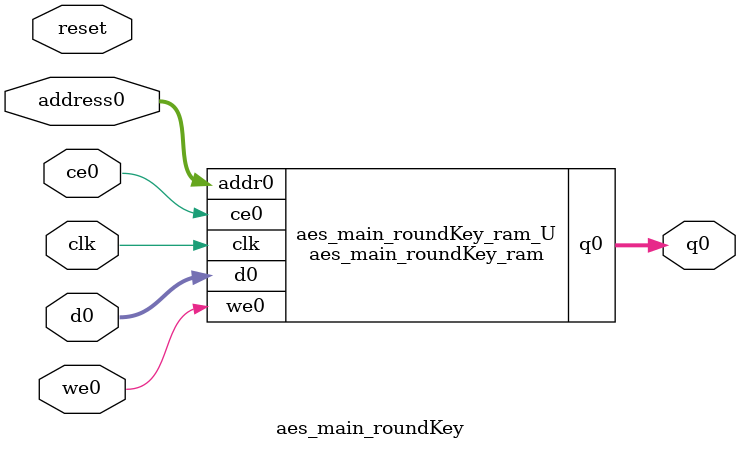
<source format=v>
`timescale 1 ns / 1 ps
module aes_main_roundKey_ram (addr0, ce0, d0, we0, q0,  clk);

parameter DWIDTH = 8;
parameter AWIDTH = 4;
parameter MEM_SIZE = 16;

input[AWIDTH-1:0] addr0;
input ce0;
input[DWIDTH-1:0] d0;
input we0;
output reg[DWIDTH-1:0] q0;
input clk;

(* ram_style = "distributed" *)reg [DWIDTH-1:0] ram[0:MEM_SIZE-1];




always @(posedge clk)  
begin 
    if (ce0) begin
        if (we0) 
            ram[addr0] <= d0; 
        q0 <= ram[addr0];
    end
end


endmodule

`timescale 1 ns / 1 ps
module aes_main_roundKey(
    reset,
    clk,
    address0,
    ce0,
    we0,
    d0,
    q0);

parameter DataWidth = 32'd8;
parameter AddressRange = 32'd16;
parameter AddressWidth = 32'd4;
input reset;
input clk;
input[AddressWidth - 1:0] address0;
input ce0;
input we0;
input[DataWidth - 1:0] d0;
output[DataWidth - 1:0] q0;



aes_main_roundKey_ram aes_main_roundKey_ram_U(
    .clk( clk ),
    .addr0( address0 ),
    .ce0( ce0 ),
    .we0( we0 ),
    .d0( d0 ),
    .q0( q0 ));

endmodule


</source>
